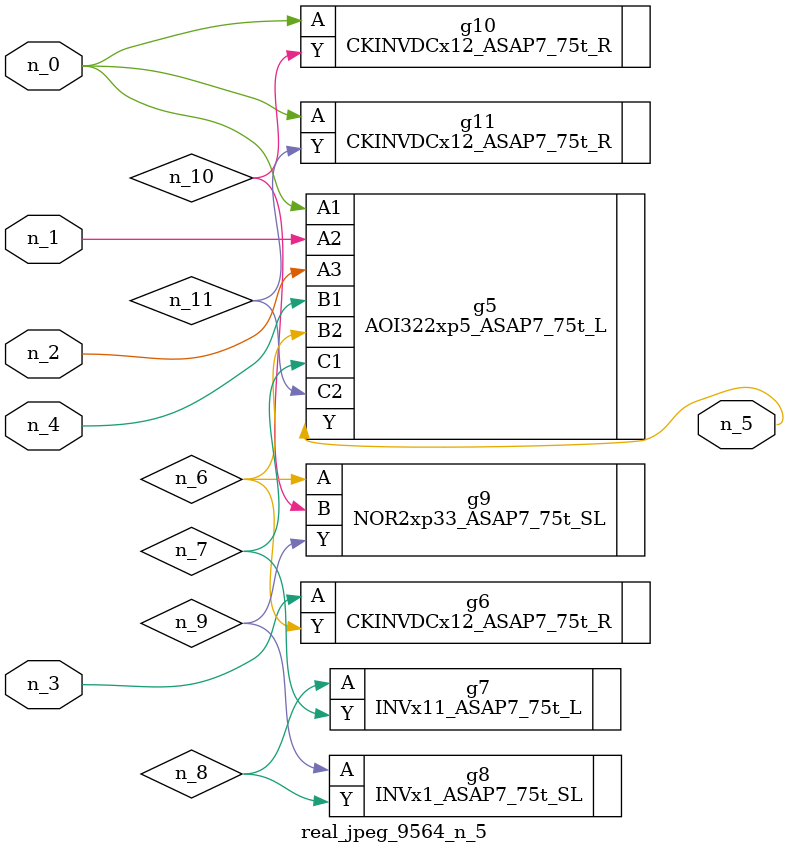
<source format=v>
module real_jpeg_9564_n_5 (n_4, n_0, n_1, n_2, n_3, n_5);

input n_4;
input n_0;
input n_1;
input n_2;
input n_3;

output n_5;

wire n_8;
wire n_11;
wire n_6;
wire n_7;
wire n_10;
wire n_9;

AOI322xp5_ASAP7_75t_L g5 ( 
.A1(n_0),
.A2(n_1),
.A3(n_2),
.B1(n_4),
.B2(n_6),
.C1(n_7),
.C2(n_11),
.Y(n_5)
);

CKINVDCx12_ASAP7_75t_R g10 ( 
.A(n_0),
.Y(n_10)
);

CKINVDCx12_ASAP7_75t_R g11 ( 
.A(n_0),
.Y(n_11)
);

CKINVDCx12_ASAP7_75t_R g6 ( 
.A(n_3),
.Y(n_6)
);

NOR2xp33_ASAP7_75t_SL g9 ( 
.A(n_6),
.B(n_10),
.Y(n_9)
);

INVx11_ASAP7_75t_L g7 ( 
.A(n_8),
.Y(n_7)
);

INVx1_ASAP7_75t_SL g8 ( 
.A(n_9),
.Y(n_8)
);


endmodule
</source>
